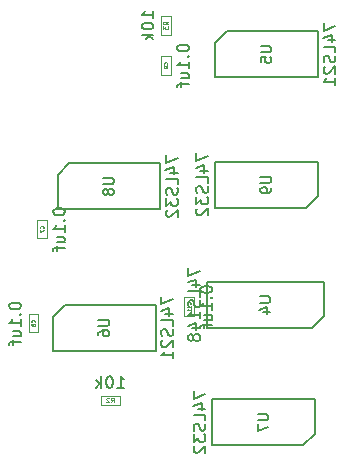
<source format=gbr>
G04 #@! TF.FileFunction,Other,Fab,Bot*
%FSLAX46Y46*%
G04 Gerber Fmt 4.6, Leading zero omitted, Abs format (unit mm)*
G04 Created by KiCad (PCBNEW 4.0.7) date 07/13/18 16:04:22*
%MOMM*%
%LPD*%
G01*
G04 APERTURE LIST*
%ADD10C,0.100000*%
%ADD11C,0.150000*%
%ADD12C,0.075000*%
%ADD13C,0.135000*%
G04 APERTURE END LIST*
D10*
X78898800Y-59296400D02*
X78898800Y-60896400D01*
X78898800Y-60896400D02*
X79698800Y-60896400D01*
X79698800Y-60896400D02*
X79698800Y-59296400D01*
X79698800Y-59296400D02*
X78898800Y-59296400D01*
X78967280Y-68861840D02*
X78967280Y-67261840D01*
X78967280Y-67261840D02*
X78167280Y-67261840D01*
X78167280Y-67261840D02*
X78167280Y-68861840D01*
X78167280Y-68861840D02*
X78967280Y-68861840D01*
X89389000Y-45428000D02*
X89389000Y-47028000D01*
X89389000Y-47028000D02*
X90189000Y-47028000D01*
X90189000Y-47028000D02*
X90189000Y-45428000D01*
X90189000Y-45428000D02*
X89389000Y-45428000D01*
X84277300Y-74199800D02*
X84277300Y-74999800D01*
X85877300Y-74199800D02*
X84277300Y-74199800D01*
X85877300Y-74999800D02*
X85877300Y-74199800D01*
X84277300Y-74999800D02*
X85877300Y-74999800D01*
X89389000Y-43649800D02*
X90189000Y-43649800D01*
X89389000Y-42049800D02*
X89389000Y-43649800D01*
X90189000Y-42049800D02*
X89389000Y-42049800D01*
X90189000Y-43649800D02*
X90189000Y-42049800D01*
D11*
X93973400Y-44353440D02*
X93973400Y-47253440D01*
X93973400Y-47253440D02*
X102673400Y-47253440D01*
X102673400Y-47253440D02*
X102673400Y-43353440D01*
X102673400Y-43353440D02*
X94973400Y-43353440D01*
X94973400Y-43353440D02*
X93973400Y-44353440D01*
X80232000Y-67515700D02*
X80232000Y-70415700D01*
X80232000Y-70415700D02*
X88932000Y-70415700D01*
X88932000Y-70415700D02*
X88932000Y-66515700D01*
X88932000Y-66515700D02*
X81232000Y-66515700D01*
X81232000Y-66515700D02*
X80232000Y-67515700D01*
X102419400Y-77421780D02*
X102419400Y-74521780D01*
X102419400Y-74521780D02*
X93719400Y-74521780D01*
X93719400Y-74521780D02*
X93719400Y-78421780D01*
X93719400Y-78421780D02*
X101419400Y-78421780D01*
X101419400Y-78421780D02*
X102419400Y-77421780D01*
D10*
X91354960Y-65864840D02*
X91354960Y-67464840D01*
X91354960Y-67464840D02*
X92154960Y-67464840D01*
X92154960Y-67464840D02*
X92154960Y-65864840D01*
X92154960Y-65864840D02*
X91354960Y-65864840D01*
D11*
X103187040Y-67447200D02*
X103187040Y-64547200D01*
X103187040Y-64547200D02*
X93287040Y-64547200D01*
X93287040Y-64547200D02*
X93287040Y-68447200D01*
X93287040Y-68447200D02*
X102187040Y-68447200D01*
X102187040Y-68447200D02*
X103187040Y-67447200D01*
X80628240Y-55539600D02*
X80628240Y-58439600D01*
X80628240Y-58439600D02*
X89328240Y-58439600D01*
X89328240Y-58439600D02*
X89328240Y-54539600D01*
X89328240Y-54539600D02*
X81628240Y-54539600D01*
X81628240Y-54539600D02*
X80628240Y-55539600D01*
X102648000Y-57299900D02*
X102648000Y-54399900D01*
X102648000Y-54399900D02*
X93948000Y-54399900D01*
X93948000Y-54399900D02*
X93948000Y-58299900D01*
X93948000Y-58299900D02*
X101648000Y-58299900D01*
X101648000Y-58299900D02*
X102648000Y-57299900D01*
X80251181Y-58596400D02*
X80251181Y-58691639D01*
X80298800Y-58786877D01*
X80346419Y-58834496D01*
X80441657Y-58882115D01*
X80632133Y-58929734D01*
X80870229Y-58929734D01*
X81060705Y-58882115D01*
X81155943Y-58834496D01*
X81203562Y-58786877D01*
X81251181Y-58691639D01*
X81251181Y-58596400D01*
X81203562Y-58501162D01*
X81155943Y-58453543D01*
X81060705Y-58405924D01*
X80870229Y-58358305D01*
X80632133Y-58358305D01*
X80441657Y-58405924D01*
X80346419Y-58453543D01*
X80298800Y-58501162D01*
X80251181Y-58596400D01*
X81155943Y-59358305D02*
X81203562Y-59405924D01*
X81251181Y-59358305D01*
X81203562Y-59310686D01*
X81155943Y-59358305D01*
X81251181Y-59358305D01*
X81251181Y-60358305D02*
X81251181Y-59786876D01*
X81251181Y-60072590D02*
X80251181Y-60072590D01*
X80394038Y-59977352D01*
X80489276Y-59882114D01*
X80536895Y-59786876D01*
X80584514Y-61215448D02*
X81251181Y-61215448D01*
X80584514Y-60786876D02*
X81108324Y-60786876D01*
X81203562Y-60834495D01*
X81251181Y-60929733D01*
X81251181Y-61072591D01*
X81203562Y-61167829D01*
X81155943Y-61215448D01*
X80584514Y-61548781D02*
X80584514Y-61929733D01*
X81251181Y-61691638D02*
X80394038Y-61691638D01*
X80298800Y-61739257D01*
X80251181Y-61834495D01*
X80251181Y-61929733D01*
D12*
X79405943Y-60046400D02*
X79420229Y-60032114D01*
X79434514Y-59989257D01*
X79434514Y-59960686D01*
X79420229Y-59917829D01*
X79391657Y-59889257D01*
X79363086Y-59874972D01*
X79305943Y-59860686D01*
X79263086Y-59860686D01*
X79205943Y-59874972D01*
X79177371Y-59889257D01*
X79148800Y-59917829D01*
X79134514Y-59960686D01*
X79134514Y-59989257D01*
X79148800Y-60032114D01*
X79163086Y-60046400D01*
X79134514Y-60146400D02*
X79134514Y-60346400D01*
X79434514Y-60217829D01*
D11*
X76519661Y-66561840D02*
X76519661Y-66657079D01*
X76567280Y-66752317D01*
X76614899Y-66799936D01*
X76710137Y-66847555D01*
X76900613Y-66895174D01*
X77138709Y-66895174D01*
X77329185Y-66847555D01*
X77424423Y-66799936D01*
X77472042Y-66752317D01*
X77519661Y-66657079D01*
X77519661Y-66561840D01*
X77472042Y-66466602D01*
X77424423Y-66418983D01*
X77329185Y-66371364D01*
X77138709Y-66323745D01*
X76900613Y-66323745D01*
X76710137Y-66371364D01*
X76614899Y-66418983D01*
X76567280Y-66466602D01*
X76519661Y-66561840D01*
X77424423Y-67323745D02*
X77472042Y-67371364D01*
X77519661Y-67323745D01*
X77472042Y-67276126D01*
X77424423Y-67323745D01*
X77519661Y-67323745D01*
X77519661Y-68323745D02*
X77519661Y-67752316D01*
X77519661Y-68038030D02*
X76519661Y-68038030D01*
X76662518Y-67942792D01*
X76757756Y-67847554D01*
X76805375Y-67752316D01*
X76852994Y-69180888D02*
X77519661Y-69180888D01*
X76852994Y-68752316D02*
X77376804Y-68752316D01*
X77472042Y-68799935D01*
X77519661Y-68895173D01*
X77519661Y-69038031D01*
X77472042Y-69133269D01*
X77424423Y-69180888D01*
X76852994Y-69514221D02*
X76852994Y-69895173D01*
X77519661Y-69657078D02*
X76662518Y-69657078D01*
X76567280Y-69704697D01*
X76519661Y-69799935D01*
X76519661Y-69895173D01*
D12*
X78674423Y-68011840D02*
X78688709Y-67997554D01*
X78702994Y-67954697D01*
X78702994Y-67926126D01*
X78688709Y-67883269D01*
X78660137Y-67854697D01*
X78631566Y-67840412D01*
X78574423Y-67826126D01*
X78531566Y-67826126D01*
X78474423Y-67840412D01*
X78445851Y-67854697D01*
X78417280Y-67883269D01*
X78402994Y-67926126D01*
X78402994Y-67954697D01*
X78417280Y-67997554D01*
X78431566Y-68011840D01*
X78531566Y-68183269D02*
X78517280Y-68154697D01*
X78502994Y-68140412D01*
X78474423Y-68126126D01*
X78460137Y-68126126D01*
X78431566Y-68140412D01*
X78417280Y-68154697D01*
X78402994Y-68183269D01*
X78402994Y-68240412D01*
X78417280Y-68268983D01*
X78431566Y-68283269D01*
X78460137Y-68297554D01*
X78474423Y-68297554D01*
X78502994Y-68283269D01*
X78517280Y-68268983D01*
X78531566Y-68240412D01*
X78531566Y-68183269D01*
X78545851Y-68154697D01*
X78560137Y-68140412D01*
X78588709Y-68126126D01*
X78645851Y-68126126D01*
X78674423Y-68140412D01*
X78688709Y-68154697D01*
X78702994Y-68183269D01*
X78702994Y-68240412D01*
X78688709Y-68268983D01*
X78674423Y-68283269D01*
X78645851Y-68297554D01*
X78588709Y-68297554D01*
X78560137Y-68283269D01*
X78545851Y-68268983D01*
X78531566Y-68240412D01*
D11*
X90741381Y-44728000D02*
X90741381Y-44823239D01*
X90789000Y-44918477D01*
X90836619Y-44966096D01*
X90931857Y-45013715D01*
X91122333Y-45061334D01*
X91360429Y-45061334D01*
X91550905Y-45013715D01*
X91646143Y-44966096D01*
X91693762Y-44918477D01*
X91741381Y-44823239D01*
X91741381Y-44728000D01*
X91693762Y-44632762D01*
X91646143Y-44585143D01*
X91550905Y-44537524D01*
X91360429Y-44489905D01*
X91122333Y-44489905D01*
X90931857Y-44537524D01*
X90836619Y-44585143D01*
X90789000Y-44632762D01*
X90741381Y-44728000D01*
X91646143Y-45489905D02*
X91693762Y-45537524D01*
X91741381Y-45489905D01*
X91693762Y-45442286D01*
X91646143Y-45489905D01*
X91741381Y-45489905D01*
X91741381Y-46489905D02*
X91741381Y-45918476D01*
X91741381Y-46204190D02*
X90741381Y-46204190D01*
X90884238Y-46108952D01*
X90979476Y-46013714D01*
X91027095Y-45918476D01*
X91074714Y-47347048D02*
X91741381Y-47347048D01*
X91074714Y-46918476D02*
X91598524Y-46918476D01*
X91693762Y-46966095D01*
X91741381Y-47061333D01*
X91741381Y-47204191D01*
X91693762Y-47299429D01*
X91646143Y-47347048D01*
X91074714Y-47680381D02*
X91074714Y-48061333D01*
X91741381Y-47823238D02*
X90884238Y-47823238D01*
X90789000Y-47870857D01*
X90741381Y-47966095D01*
X90741381Y-48061333D01*
D12*
X89896143Y-46178000D02*
X89910429Y-46163714D01*
X89924714Y-46120857D01*
X89924714Y-46092286D01*
X89910429Y-46049429D01*
X89881857Y-46020857D01*
X89853286Y-46006572D01*
X89796143Y-45992286D01*
X89753286Y-45992286D01*
X89696143Y-46006572D01*
X89667571Y-46020857D01*
X89639000Y-46049429D01*
X89624714Y-46092286D01*
X89624714Y-46120857D01*
X89639000Y-46163714D01*
X89653286Y-46178000D01*
X89924714Y-46320857D02*
X89924714Y-46378000D01*
X89910429Y-46406572D01*
X89896143Y-46420857D01*
X89853286Y-46449429D01*
X89796143Y-46463714D01*
X89681857Y-46463714D01*
X89653286Y-46449429D01*
X89639000Y-46435143D01*
X89624714Y-46406572D01*
X89624714Y-46349429D01*
X89639000Y-46320857D01*
X89653286Y-46306572D01*
X89681857Y-46292286D01*
X89753286Y-46292286D01*
X89781857Y-46306572D01*
X89796143Y-46320857D01*
X89810429Y-46349429D01*
X89810429Y-46406572D01*
X89796143Y-46435143D01*
X89781857Y-46449429D01*
X89753286Y-46463714D01*
D11*
X85672538Y-73552181D02*
X86243967Y-73552181D01*
X85958253Y-73552181D02*
X85958253Y-72552181D01*
X86053491Y-72695038D01*
X86148729Y-72790276D01*
X86243967Y-72837895D01*
X85053491Y-72552181D02*
X84958252Y-72552181D01*
X84863014Y-72599800D01*
X84815395Y-72647419D01*
X84767776Y-72742657D01*
X84720157Y-72933133D01*
X84720157Y-73171229D01*
X84767776Y-73361705D01*
X84815395Y-73456943D01*
X84863014Y-73504562D01*
X84958252Y-73552181D01*
X85053491Y-73552181D01*
X85148729Y-73504562D01*
X85196348Y-73456943D01*
X85243967Y-73361705D01*
X85291586Y-73171229D01*
X85291586Y-72933133D01*
X85243967Y-72742657D01*
X85196348Y-72647419D01*
X85148729Y-72599800D01*
X85053491Y-72552181D01*
X84291586Y-73552181D02*
X84291586Y-72552181D01*
X84196348Y-73171229D02*
X83910633Y-73552181D01*
X83910633Y-72885514D02*
X84291586Y-73266467D01*
D12*
X85143966Y-74780752D02*
X85277300Y-74590276D01*
X85372538Y-74780752D02*
X85372538Y-74380752D01*
X85220157Y-74380752D01*
X85182062Y-74399800D01*
X85163014Y-74418848D01*
X85143966Y-74456943D01*
X85143966Y-74514086D01*
X85163014Y-74552181D01*
X85182062Y-74571229D01*
X85220157Y-74590276D01*
X85372538Y-74590276D01*
X84991586Y-74418848D02*
X84972538Y-74399800D01*
X84934443Y-74380752D01*
X84839205Y-74380752D01*
X84801109Y-74399800D01*
X84782062Y-74418848D01*
X84763014Y-74456943D01*
X84763014Y-74495038D01*
X84782062Y-74552181D01*
X85010633Y-74780752D01*
X84763014Y-74780752D01*
D11*
X88741381Y-42254562D02*
X88741381Y-41683133D01*
X88741381Y-41968847D02*
X87741381Y-41968847D01*
X87884238Y-41873609D01*
X87979476Y-41778371D01*
X88027095Y-41683133D01*
X87741381Y-42873609D02*
X87741381Y-42968848D01*
X87789000Y-43064086D01*
X87836619Y-43111705D01*
X87931857Y-43159324D01*
X88122333Y-43206943D01*
X88360429Y-43206943D01*
X88550905Y-43159324D01*
X88646143Y-43111705D01*
X88693762Y-43064086D01*
X88741381Y-42968848D01*
X88741381Y-42873609D01*
X88693762Y-42778371D01*
X88646143Y-42730752D01*
X88550905Y-42683133D01*
X88360429Y-42635514D01*
X88122333Y-42635514D01*
X87931857Y-42683133D01*
X87836619Y-42730752D01*
X87789000Y-42778371D01*
X87741381Y-42873609D01*
X88741381Y-43635514D02*
X87741381Y-43635514D01*
X88360429Y-43730752D02*
X88741381Y-44016467D01*
X88074714Y-44016467D02*
X88455667Y-43635514D01*
D12*
X89969952Y-42783134D02*
X89779476Y-42649800D01*
X89969952Y-42554562D02*
X89569952Y-42554562D01*
X89569952Y-42706943D01*
X89589000Y-42745038D01*
X89608048Y-42764086D01*
X89646143Y-42783134D01*
X89703286Y-42783134D01*
X89741381Y-42764086D01*
X89760429Y-42745038D01*
X89779476Y-42706943D01*
X89779476Y-42554562D01*
X89569952Y-42916467D02*
X89569952Y-43164086D01*
X89722333Y-43030753D01*
X89722333Y-43087895D01*
X89741381Y-43125991D01*
X89760429Y-43145038D01*
X89798524Y-43164086D01*
X89893762Y-43164086D01*
X89931857Y-43145038D01*
X89950905Y-43125991D01*
X89969952Y-43087895D01*
X89969952Y-42973610D01*
X89950905Y-42935514D01*
X89931857Y-42916467D01*
D11*
X103150781Y-42660583D02*
X103150781Y-43327250D01*
X104150781Y-42898678D01*
X103484114Y-44136774D02*
X104150781Y-44136774D01*
X103103162Y-43898678D02*
X103817448Y-43660583D01*
X103817448Y-44279631D01*
X104150781Y-45136774D02*
X104150781Y-44660583D01*
X103150781Y-44660583D01*
X104103162Y-45422488D02*
X104150781Y-45565345D01*
X104150781Y-45803441D01*
X104103162Y-45898679D01*
X104055543Y-45946298D01*
X103960305Y-45993917D01*
X103865067Y-45993917D01*
X103769829Y-45946298D01*
X103722210Y-45898679D01*
X103674590Y-45803441D01*
X103626971Y-45612964D01*
X103579352Y-45517726D01*
X103531733Y-45470107D01*
X103436495Y-45422488D01*
X103341257Y-45422488D01*
X103246019Y-45470107D01*
X103198400Y-45517726D01*
X103150781Y-45612964D01*
X103150781Y-45851060D01*
X103198400Y-45993917D01*
X103246019Y-46374869D02*
X103198400Y-46422488D01*
X103150781Y-46517726D01*
X103150781Y-46755822D01*
X103198400Y-46851060D01*
X103246019Y-46898679D01*
X103341257Y-46946298D01*
X103436495Y-46946298D01*
X103579352Y-46898679D01*
X104150781Y-46327250D01*
X104150781Y-46946298D01*
X104150781Y-47898679D02*
X104150781Y-47327250D01*
X104150781Y-47612964D02*
X103150781Y-47612964D01*
X103293638Y-47517726D01*
X103388876Y-47422488D01*
X103436495Y-47327250D01*
D13*
X97830543Y-44617726D02*
X98559114Y-44617726D01*
X98644829Y-44660583D01*
X98687686Y-44703440D01*
X98730543Y-44789154D01*
X98730543Y-44960583D01*
X98687686Y-45046297D01*
X98644829Y-45089154D01*
X98559114Y-45132011D01*
X97830543Y-45132011D01*
X97830543Y-45989154D02*
X97830543Y-45560583D01*
X98259114Y-45517726D01*
X98216257Y-45560583D01*
X98173400Y-45646297D01*
X98173400Y-45860583D01*
X98216257Y-45946297D01*
X98259114Y-45989154D01*
X98344829Y-46032011D01*
X98559114Y-46032011D01*
X98644829Y-45989154D01*
X98687686Y-45946297D01*
X98730543Y-45860583D01*
X98730543Y-45646297D01*
X98687686Y-45560583D01*
X98644829Y-45517726D01*
D11*
X89409381Y-65822843D02*
X89409381Y-66489510D01*
X90409381Y-66060938D01*
X89742714Y-67299034D02*
X90409381Y-67299034D01*
X89361762Y-67060938D02*
X90076048Y-66822843D01*
X90076048Y-67441891D01*
X90409381Y-68299034D02*
X90409381Y-67822843D01*
X89409381Y-67822843D01*
X90361762Y-68584748D02*
X90409381Y-68727605D01*
X90409381Y-68965701D01*
X90361762Y-69060939D01*
X90314143Y-69108558D01*
X90218905Y-69156177D01*
X90123667Y-69156177D01*
X90028429Y-69108558D01*
X89980810Y-69060939D01*
X89933190Y-68965701D01*
X89885571Y-68775224D01*
X89837952Y-68679986D01*
X89790333Y-68632367D01*
X89695095Y-68584748D01*
X89599857Y-68584748D01*
X89504619Y-68632367D01*
X89457000Y-68679986D01*
X89409381Y-68775224D01*
X89409381Y-69013320D01*
X89457000Y-69156177D01*
X89504619Y-69537129D02*
X89457000Y-69584748D01*
X89409381Y-69679986D01*
X89409381Y-69918082D01*
X89457000Y-70013320D01*
X89504619Y-70060939D01*
X89599857Y-70108558D01*
X89695095Y-70108558D01*
X89837952Y-70060939D01*
X90409381Y-69489510D01*
X90409381Y-70108558D01*
X90409381Y-71060939D02*
X90409381Y-70489510D01*
X90409381Y-70775224D02*
X89409381Y-70775224D01*
X89552238Y-70679986D01*
X89647476Y-70584748D01*
X89695095Y-70489510D01*
D13*
X84089143Y-67779986D02*
X84817714Y-67779986D01*
X84903429Y-67822843D01*
X84946286Y-67865700D01*
X84989143Y-67951414D01*
X84989143Y-68122843D01*
X84946286Y-68208557D01*
X84903429Y-68251414D01*
X84817714Y-68294271D01*
X84089143Y-68294271D01*
X84089143Y-69108557D02*
X84089143Y-68937128D01*
X84132000Y-68851414D01*
X84174857Y-68808557D01*
X84303429Y-68722843D01*
X84474857Y-68679986D01*
X84817714Y-68679986D01*
X84903429Y-68722843D01*
X84946286Y-68765700D01*
X84989143Y-68851414D01*
X84989143Y-69022843D01*
X84946286Y-69108557D01*
X84903429Y-69151414D01*
X84817714Y-69194271D01*
X84603429Y-69194271D01*
X84517714Y-69151414D01*
X84474857Y-69108557D01*
X84432000Y-69022843D01*
X84432000Y-68851414D01*
X84474857Y-68765700D01*
X84517714Y-68722843D01*
X84603429Y-68679986D01*
D11*
X92146781Y-73828923D02*
X92146781Y-74495590D01*
X93146781Y-74067018D01*
X92480114Y-75305114D02*
X93146781Y-75305114D01*
X92099162Y-75067018D02*
X92813448Y-74828923D01*
X92813448Y-75447971D01*
X93146781Y-76305114D02*
X93146781Y-75828923D01*
X92146781Y-75828923D01*
X93099162Y-76590828D02*
X93146781Y-76733685D01*
X93146781Y-76971781D01*
X93099162Y-77067019D01*
X93051543Y-77114638D01*
X92956305Y-77162257D01*
X92861067Y-77162257D01*
X92765829Y-77114638D01*
X92718210Y-77067019D01*
X92670590Y-76971781D01*
X92622971Y-76781304D01*
X92575352Y-76686066D01*
X92527733Y-76638447D01*
X92432495Y-76590828D01*
X92337257Y-76590828D01*
X92242019Y-76638447D01*
X92194400Y-76686066D01*
X92146781Y-76781304D01*
X92146781Y-77019400D01*
X92194400Y-77162257D01*
X92146781Y-77495590D02*
X92146781Y-78114638D01*
X92527733Y-77781304D01*
X92527733Y-77924162D01*
X92575352Y-78019400D01*
X92622971Y-78067019D01*
X92718210Y-78114638D01*
X92956305Y-78114638D01*
X93051543Y-78067019D01*
X93099162Y-78019400D01*
X93146781Y-77924162D01*
X93146781Y-77638447D01*
X93099162Y-77543209D01*
X93051543Y-77495590D01*
X92242019Y-78495590D02*
X92194400Y-78543209D01*
X92146781Y-78638447D01*
X92146781Y-78876543D01*
X92194400Y-78971781D01*
X92242019Y-79019400D01*
X92337257Y-79067019D01*
X92432495Y-79067019D01*
X92575352Y-79019400D01*
X93146781Y-78447971D01*
X93146781Y-79067019D01*
D13*
X97576543Y-75786066D02*
X98305114Y-75786066D01*
X98390829Y-75828923D01*
X98433686Y-75871780D01*
X98476543Y-75957494D01*
X98476543Y-76128923D01*
X98433686Y-76214637D01*
X98390829Y-76257494D01*
X98305114Y-76300351D01*
X97576543Y-76300351D01*
X97576543Y-76643208D02*
X97576543Y-77243208D01*
X98476543Y-76857494D01*
D11*
X92707341Y-65164840D02*
X92707341Y-65260079D01*
X92754960Y-65355317D01*
X92802579Y-65402936D01*
X92897817Y-65450555D01*
X93088293Y-65498174D01*
X93326389Y-65498174D01*
X93516865Y-65450555D01*
X93612103Y-65402936D01*
X93659722Y-65355317D01*
X93707341Y-65260079D01*
X93707341Y-65164840D01*
X93659722Y-65069602D01*
X93612103Y-65021983D01*
X93516865Y-64974364D01*
X93326389Y-64926745D01*
X93088293Y-64926745D01*
X92897817Y-64974364D01*
X92802579Y-65021983D01*
X92754960Y-65069602D01*
X92707341Y-65164840D01*
X93612103Y-65926745D02*
X93659722Y-65974364D01*
X93707341Y-65926745D01*
X93659722Y-65879126D01*
X93612103Y-65926745D01*
X93707341Y-65926745D01*
X93707341Y-66926745D02*
X93707341Y-66355316D01*
X93707341Y-66641030D02*
X92707341Y-66641030D01*
X92850198Y-66545792D01*
X92945436Y-66450554D01*
X92993055Y-66355316D01*
X93040674Y-67783888D02*
X93707341Y-67783888D01*
X93040674Y-67355316D02*
X93564484Y-67355316D01*
X93659722Y-67402935D01*
X93707341Y-67498173D01*
X93707341Y-67641031D01*
X93659722Y-67736269D01*
X93612103Y-67783888D01*
X93040674Y-68117221D02*
X93040674Y-68498173D01*
X93707341Y-68260078D02*
X92850198Y-68260078D01*
X92754960Y-68307697D01*
X92707341Y-68402935D01*
X92707341Y-68498173D01*
D12*
X91862103Y-66471983D02*
X91876389Y-66457697D01*
X91890674Y-66414840D01*
X91890674Y-66386269D01*
X91876389Y-66343412D01*
X91847817Y-66314840D01*
X91819246Y-66300555D01*
X91762103Y-66286269D01*
X91719246Y-66286269D01*
X91662103Y-66300555D01*
X91633531Y-66314840D01*
X91604960Y-66343412D01*
X91590674Y-66386269D01*
X91590674Y-66414840D01*
X91604960Y-66457697D01*
X91619246Y-66471983D01*
X91890674Y-66757697D02*
X91890674Y-66586269D01*
X91890674Y-66671983D02*
X91590674Y-66671983D01*
X91633531Y-66643412D01*
X91662103Y-66614840D01*
X91676389Y-66586269D01*
X91890674Y-67043411D02*
X91890674Y-66871983D01*
X91890674Y-66957697D02*
X91590674Y-66957697D01*
X91633531Y-66929126D01*
X91662103Y-66900554D01*
X91676389Y-66871983D01*
D11*
X91689421Y-63378152D02*
X91689421Y-64044819D01*
X92689421Y-63616247D01*
X92022754Y-64854343D02*
X92689421Y-64854343D01*
X91641802Y-64616247D02*
X92356088Y-64378152D01*
X92356088Y-64997200D01*
X92689421Y-65854343D02*
X92689421Y-65378152D01*
X91689421Y-65378152D01*
X92641802Y-66140057D02*
X92689421Y-66282914D01*
X92689421Y-66521010D01*
X92641802Y-66616248D01*
X92594183Y-66663867D01*
X92498945Y-66711486D01*
X92403707Y-66711486D01*
X92308469Y-66663867D01*
X92260850Y-66616248D01*
X92213230Y-66521010D01*
X92165611Y-66330533D01*
X92117992Y-66235295D01*
X92070373Y-66187676D01*
X91975135Y-66140057D01*
X91879897Y-66140057D01*
X91784659Y-66187676D01*
X91737040Y-66235295D01*
X91689421Y-66330533D01*
X91689421Y-66568629D01*
X91737040Y-66711486D01*
X92689421Y-67663867D02*
X92689421Y-67092438D01*
X92689421Y-67378152D02*
X91689421Y-67378152D01*
X91832278Y-67282914D01*
X91927516Y-67187676D01*
X91975135Y-67092438D01*
X92022754Y-68521010D02*
X92689421Y-68521010D01*
X91641802Y-68282914D02*
X92356088Y-68044819D01*
X92356088Y-68663867D01*
X92117992Y-69187676D02*
X92070373Y-69092438D01*
X92022754Y-69044819D01*
X91927516Y-68997200D01*
X91879897Y-68997200D01*
X91784659Y-69044819D01*
X91737040Y-69092438D01*
X91689421Y-69187676D01*
X91689421Y-69378153D01*
X91737040Y-69473391D01*
X91784659Y-69521010D01*
X91879897Y-69568629D01*
X91927516Y-69568629D01*
X92022754Y-69521010D01*
X92070373Y-69473391D01*
X92117992Y-69378153D01*
X92117992Y-69187676D01*
X92165611Y-69092438D01*
X92213230Y-69044819D01*
X92308469Y-68997200D01*
X92498945Y-68997200D01*
X92594183Y-69044819D01*
X92641802Y-69092438D01*
X92689421Y-69187676D01*
X92689421Y-69378153D01*
X92641802Y-69473391D01*
X92594183Y-69521010D01*
X92498945Y-69568629D01*
X92308469Y-69568629D01*
X92213230Y-69521010D01*
X92165611Y-69473391D01*
X92117992Y-69378153D01*
D13*
X97744183Y-65811486D02*
X98472754Y-65811486D01*
X98558469Y-65854343D01*
X98601326Y-65897200D01*
X98644183Y-65982914D01*
X98644183Y-66154343D01*
X98601326Y-66240057D01*
X98558469Y-66282914D01*
X98472754Y-66325771D01*
X97744183Y-66325771D01*
X98044183Y-67140057D02*
X98644183Y-67140057D01*
X97701326Y-66925771D02*
X98344183Y-66711486D01*
X98344183Y-67268628D01*
D11*
X89805621Y-53846743D02*
X89805621Y-54513410D01*
X90805621Y-54084838D01*
X90138954Y-55322934D02*
X90805621Y-55322934D01*
X89758002Y-55084838D02*
X90472288Y-54846743D01*
X90472288Y-55465791D01*
X90805621Y-56322934D02*
X90805621Y-55846743D01*
X89805621Y-55846743D01*
X90758002Y-56608648D02*
X90805621Y-56751505D01*
X90805621Y-56989601D01*
X90758002Y-57084839D01*
X90710383Y-57132458D01*
X90615145Y-57180077D01*
X90519907Y-57180077D01*
X90424669Y-57132458D01*
X90377050Y-57084839D01*
X90329430Y-56989601D01*
X90281811Y-56799124D01*
X90234192Y-56703886D01*
X90186573Y-56656267D01*
X90091335Y-56608648D01*
X89996097Y-56608648D01*
X89900859Y-56656267D01*
X89853240Y-56703886D01*
X89805621Y-56799124D01*
X89805621Y-57037220D01*
X89853240Y-57180077D01*
X89805621Y-57513410D02*
X89805621Y-58132458D01*
X90186573Y-57799124D01*
X90186573Y-57941982D01*
X90234192Y-58037220D01*
X90281811Y-58084839D01*
X90377050Y-58132458D01*
X90615145Y-58132458D01*
X90710383Y-58084839D01*
X90758002Y-58037220D01*
X90805621Y-57941982D01*
X90805621Y-57656267D01*
X90758002Y-57561029D01*
X90710383Y-57513410D01*
X89900859Y-58513410D02*
X89853240Y-58561029D01*
X89805621Y-58656267D01*
X89805621Y-58894363D01*
X89853240Y-58989601D01*
X89900859Y-59037220D01*
X89996097Y-59084839D01*
X90091335Y-59084839D01*
X90234192Y-59037220D01*
X90805621Y-58465791D01*
X90805621Y-59084839D01*
D13*
X84485383Y-55803886D02*
X85213954Y-55803886D01*
X85299669Y-55846743D01*
X85342526Y-55889600D01*
X85385383Y-55975314D01*
X85385383Y-56146743D01*
X85342526Y-56232457D01*
X85299669Y-56275314D01*
X85213954Y-56318171D01*
X84485383Y-56318171D01*
X84871097Y-56875314D02*
X84828240Y-56789600D01*
X84785383Y-56746743D01*
X84699669Y-56703886D01*
X84656811Y-56703886D01*
X84571097Y-56746743D01*
X84528240Y-56789600D01*
X84485383Y-56875314D01*
X84485383Y-57046743D01*
X84528240Y-57132457D01*
X84571097Y-57175314D01*
X84656811Y-57218171D01*
X84699669Y-57218171D01*
X84785383Y-57175314D01*
X84828240Y-57132457D01*
X84871097Y-57046743D01*
X84871097Y-56875314D01*
X84913954Y-56789600D01*
X84956811Y-56746743D01*
X85042526Y-56703886D01*
X85213954Y-56703886D01*
X85299669Y-56746743D01*
X85342526Y-56789600D01*
X85385383Y-56875314D01*
X85385383Y-57046743D01*
X85342526Y-57132457D01*
X85299669Y-57175314D01*
X85213954Y-57218171D01*
X85042526Y-57218171D01*
X84956811Y-57175314D01*
X84913954Y-57132457D01*
X84871097Y-57046743D01*
D11*
X92375381Y-53707043D02*
X92375381Y-54373710D01*
X93375381Y-53945138D01*
X92708714Y-55183234D02*
X93375381Y-55183234D01*
X92327762Y-54945138D02*
X93042048Y-54707043D01*
X93042048Y-55326091D01*
X93375381Y-56183234D02*
X93375381Y-55707043D01*
X92375381Y-55707043D01*
X93327762Y-56468948D02*
X93375381Y-56611805D01*
X93375381Y-56849901D01*
X93327762Y-56945139D01*
X93280143Y-56992758D01*
X93184905Y-57040377D01*
X93089667Y-57040377D01*
X92994429Y-56992758D01*
X92946810Y-56945139D01*
X92899190Y-56849901D01*
X92851571Y-56659424D01*
X92803952Y-56564186D01*
X92756333Y-56516567D01*
X92661095Y-56468948D01*
X92565857Y-56468948D01*
X92470619Y-56516567D01*
X92423000Y-56564186D01*
X92375381Y-56659424D01*
X92375381Y-56897520D01*
X92423000Y-57040377D01*
X92375381Y-57373710D02*
X92375381Y-57992758D01*
X92756333Y-57659424D01*
X92756333Y-57802282D01*
X92803952Y-57897520D01*
X92851571Y-57945139D01*
X92946810Y-57992758D01*
X93184905Y-57992758D01*
X93280143Y-57945139D01*
X93327762Y-57897520D01*
X93375381Y-57802282D01*
X93375381Y-57516567D01*
X93327762Y-57421329D01*
X93280143Y-57373710D01*
X92470619Y-58373710D02*
X92423000Y-58421329D01*
X92375381Y-58516567D01*
X92375381Y-58754663D01*
X92423000Y-58849901D01*
X92470619Y-58897520D01*
X92565857Y-58945139D01*
X92661095Y-58945139D01*
X92803952Y-58897520D01*
X93375381Y-58326091D01*
X93375381Y-58945139D01*
D13*
X97805143Y-55664186D02*
X98533714Y-55664186D01*
X98619429Y-55707043D01*
X98662286Y-55749900D01*
X98705143Y-55835614D01*
X98705143Y-56007043D01*
X98662286Y-56092757D01*
X98619429Y-56135614D01*
X98533714Y-56178471D01*
X97805143Y-56178471D01*
X98705143Y-56649900D02*
X98705143Y-56821328D01*
X98662286Y-56907043D01*
X98619429Y-56949900D01*
X98490857Y-57035614D01*
X98319429Y-57078471D01*
X97976571Y-57078471D01*
X97890857Y-57035614D01*
X97848000Y-56992757D01*
X97805143Y-56907043D01*
X97805143Y-56735614D01*
X97848000Y-56649900D01*
X97890857Y-56607043D01*
X97976571Y-56564186D01*
X98190857Y-56564186D01*
X98276571Y-56607043D01*
X98319429Y-56649900D01*
X98362286Y-56735614D01*
X98362286Y-56907043D01*
X98319429Y-56992757D01*
X98276571Y-57035614D01*
X98190857Y-57078471D01*
M02*

</source>
